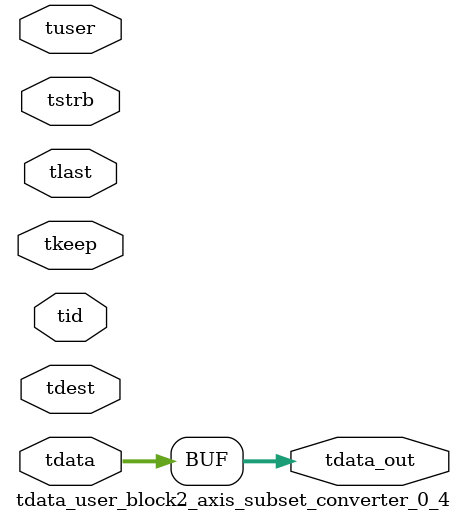
<source format=v>


`timescale 1ps/1ps

module tdata_user_block2_axis_subset_converter_0_4 #
(
parameter C_S_AXIS_TDATA_WIDTH = 32,
parameter C_S_AXIS_TUSER_WIDTH = 0,
parameter C_S_AXIS_TID_WIDTH   = 0,
parameter C_S_AXIS_TDEST_WIDTH = 0,
parameter C_M_AXIS_TDATA_WIDTH = 32
)
(
input  [(C_S_AXIS_TDATA_WIDTH == 0 ? 1 : C_S_AXIS_TDATA_WIDTH)-1:0     ] tdata,
input  [(C_S_AXIS_TUSER_WIDTH == 0 ? 1 : C_S_AXIS_TUSER_WIDTH)-1:0     ] tuser,
input  [(C_S_AXIS_TID_WIDTH   == 0 ? 1 : C_S_AXIS_TID_WIDTH)-1:0       ] tid,
input  [(C_S_AXIS_TDEST_WIDTH == 0 ? 1 : C_S_AXIS_TDEST_WIDTH)-1:0     ] tdest,
input  [(C_S_AXIS_TDATA_WIDTH/8)-1:0 ] tkeep,
input  [(C_S_AXIS_TDATA_WIDTH/8)-1:0 ] tstrb,
input                                                                    tlast,
output [C_M_AXIS_TDATA_WIDTH-1:0] tdata_out
);

assign tdata_out = {tdata[31:0]};

endmodule


</source>
